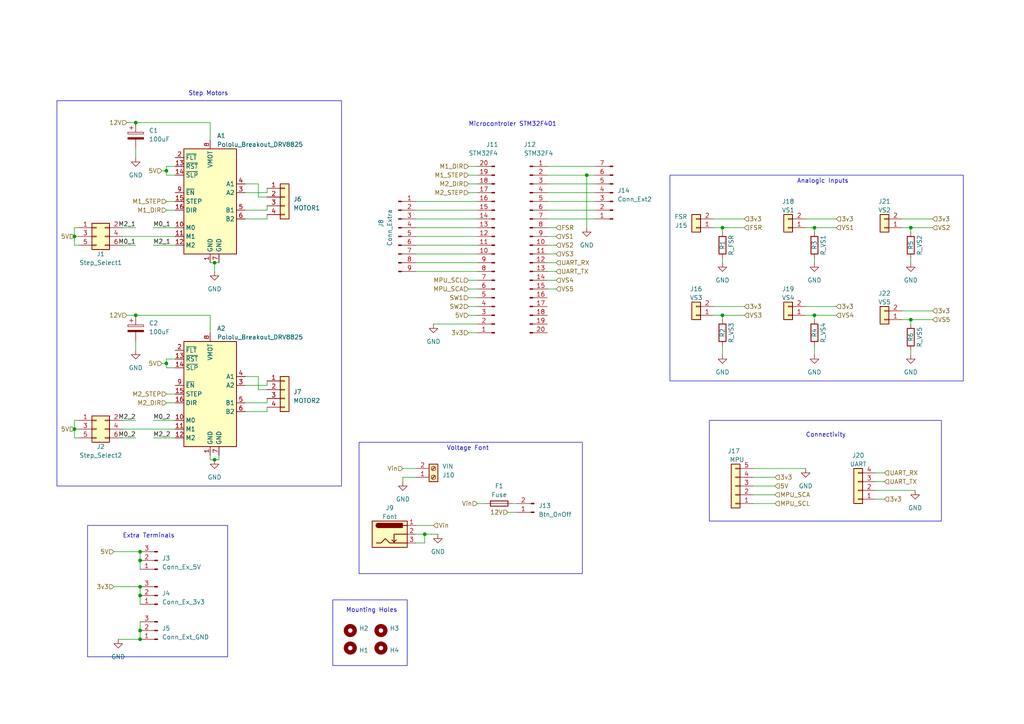
<source format=kicad_sch>
(kicad_sch (version 20230121) (generator eeschema)
  (paper "A4")
  (lib_symbols
    (symbol "Connector:Barrel_Jack_Switch_Pin3Ring" (pin_names hide)
      (property "Reference" "J" (at 0 5.334 0))
      (property "Value" "Barrel_Jack_Switch_Pin3Ring" (at 0 -5.08 0))
      (symbol "Barrel_Jack_Switch_Pin3Ring_0_1"
        (rectangle (start -5.08 3.81) (end 5.08 -3.81) (stroke (width 0.254)) (fill (type background)))
        (arc (start -3.302 3.175) (mid -3.9343 2.54) (end -3.302 1.905) (stroke (width 0.254)))
        (arc (start -3.302 3.175) (mid -3.9343 2.54) (end -3.302 1.905) (stroke (width 0.254)) (fill (type outline)))
        (polyline (pts (xy 1.27 -2.286) (xy 1.905 -1.651)) (stroke (width 0.254)))
        (polyline (pts (xy 5.08 2.54) (xy 3.81 2.54)) (stroke (width 0.254)))
        (polyline (pts (xy 5.08 0) (xy 1.27 0) (xy 1.27 -2.286) (xy 0.635 -1.651)) (stroke (width 0.254)))
        (polyline (pts (xy -3.81 -2.54) (xy -2.54 -2.54) (xy -1.27 -1.27) (xy 0 -2.54) (xy 2.54 -2.54) (xy 5.08 -2.54)) (stroke (width 0.254)))
        (rectangle (start 3.683 3.175) (end -3.302 1.905) (stroke (width 0.254)) (fill (type outline)))
      )
      (symbol "Barrel_Jack_Switch_Pin3Ring_1_1"
        (pin passive line (at 7.62 2.54 180) (length 2.54) (name "~") (number "1"))
        (pin passive line (at 7.62 0 180) (length 2.54) (name "~") (number "2"))
        (pin passive line (at 7.62 -2.54 180) (length 2.54) (name "~") (number "3"))
      )
    )
    (symbol "Connector:Conn_01x02_Pin" (pin_names (offset 1.016) hide)
      (property "Reference" "J" (at 0 2.54 0))
      (property "Value" "Conn_01x02_Pin" (at 0 -5.08 0))
      (symbol "Conn_01x02_Pin_1_1"
        (polyline (pts (xy 1.27 -2.54) (xy 0.8636 -2.54)) (stroke (width 0.1524)))
        (polyline (pts (xy 1.27 0) (xy 0.8636 0)) (stroke (width 0.1524)))
        (rectangle (start 0.8636 -2.413) (end 0 -2.667) (stroke (width 0.1524)) (fill (type outline)))
        (rectangle (start 0.8636 0.127) (end 0 -0.127) (stroke (width 0.1524)) (fill (type outline)))
        (pin passive line (at 5.08 0 180) (length 3.81) (name "Pin_1") (number "1"))
        (pin passive line (at 5.08 -2.54 180) (length 3.81) (name "Pin_2") (number "2"))
      )
    )
    (symbol "Connector:Conn_01x03_Pin" (pin_names (offset 1.016) hide)
      (property "Reference" "J" (at 0 5.08 0))
      (property "Value" "Conn_01x03_Pin" (at 0 -5.08 0))
      (symbol "Conn_01x03_Pin_1_1"
        (polyline (pts (xy 1.27 -2.54) (xy 0.8636 -2.54)) (stroke (width 0.1524)))
        (polyline (pts (xy 1.27 0) (xy 0.8636 0)) (stroke (width 0.1524)))
        (polyline (pts (xy 1.27 2.54) (xy 0.8636 2.54)) (stroke (width 0.1524)))
        (rectangle (start 0.8636 -2.413) (end 0 -2.667) (stroke (width 0.1524)) (fill (type outline)))
        (rectangle (start 0.8636 0.127) (end 0 -0.127) (stroke (width 0.1524)) (fill (type outline)))
        (rectangle (start 0.8636 2.667) (end 0 2.413) (stroke (width 0.1524)) (fill (type outline)))
        (pin passive line (at 5.08 2.54 180) (length 3.81) (name "Pin_1") (number "1"))
        (pin passive line (at 5.08 0 180) (length 3.81) (name "Pin_2") (number "2"))
        (pin passive line (at 5.08 -2.54 180) (length 3.81) (name "Pin_3") (number "3"))
      )
    )
    (symbol "Connector:Conn_01x07_Pin" (pin_names (offset 1.016) hide)
      (property "Reference" "J" (at 0 10.16 0))
      (property "Value" "Conn_01x07_Pin" (at 0 -10.16 0))
      (symbol "Conn_01x07_Pin_1_1"
        (polyline (pts (xy 1.27 -7.62) (xy 0.8636 -7.62)) (stroke (width 0.1524)))
        (polyline (pts (xy 1.27 -5.08) (xy 0.8636 -5.08)) (stroke (width 0.1524)))
        (polyline (pts (xy 1.27 -2.54) (xy 0.8636 -2.54)) (stroke (width 0.1524)))
        (polyline (pts (xy 1.27 0) (xy 0.8636 0)) (stroke (width 0.1524)))
        (polyline (pts (xy 1.27 2.54) (xy 0.8636 2.54)) (stroke (width 0.1524)))
        (polyline (pts (xy 1.27 5.08) (xy 0.8636 5.08)) (stroke (width 0.1524)))
        (polyline (pts (xy 1.27 7.62) (xy 0.8636 7.62)) (stroke (width 0.1524)))
        (rectangle (start 0.8636 -7.493) (end 0 -7.747) (stroke (width 0.1524)) (fill (type outline)))
        (rectangle (start 0.8636 -4.953) (end 0 -5.207) (stroke (width 0.1524)) (fill (type outline)))
        (rectangle (start 0.8636 -2.413) (end 0 -2.667) (stroke (width 0.1524)) (fill (type outline)))
        (rectangle (start 0.8636 0.127) (end 0 -0.127) (stroke (width 0.1524)) (fill (type outline)))
        (rectangle (start 0.8636 2.667) (end 0 2.413) (stroke (width 0.1524)) (fill (type outline)))
        (rectangle (start 0.8636 5.207) (end 0 4.953) (stroke (width 0.1524)) (fill (type outline)))
        (rectangle (start 0.8636 7.747) (end 0 7.493) (stroke (width 0.1524)) (fill (type outline)))
        (pin passive line (at 5.08 7.62 180) (length 3.81) (name "Pin_1") (number "1"))
        (pin passive line (at 5.08 5.08 180) (length 3.81) (name "Pin_2") (number "2"))
        (pin passive line (at 5.08 2.54 180) (length 3.81) (name "Pin_3") (number "3"))
        (pin passive line (at 5.08 0 180) (length 3.81) (name "Pin_4") (number "4"))
        (pin passive line (at 5.08 -2.54 180) (length 3.81) (name "Pin_5") (number "5"))
        (pin passive line (at 5.08 -5.08 180) (length 3.81) (name "Pin_6") (number "6"))
        (pin passive line (at 5.08 -7.62 180) (length 3.81) (name "Pin_7") (number "7"))
      )
    )
    (symbol "Connector:Conn_01x09_Pin" (pin_names (offset 1.016) hide)
      (property "Reference" "J" (at 0 12.7 0))
      (property "Value" "Conn_01x09_Pin" (at 0 -12.7 0))
      (symbol "Conn_01x09_Pin_1_1"
        (polyline (pts (xy 1.27 -10.16) (xy 0.8636 -10.16)) (stroke (width 0.1524)))
        (polyline (pts (xy 1.27 -7.62) (xy 0.8636 -7.62)) (stroke (width 0.1524)))
        (polyline (pts (xy 1.27 -5.08) (xy 0.8636 -5.08)) (stroke (width 0.1524)))
        (polyline (pts (xy 1.27 -2.54) (xy 0.8636 -2.54)) (stroke (width 0.1524)))
        (polyline (pts (xy 1.27 0) (xy 0.8636 0)) (stroke (width 0.1524)))
        (polyline (pts (xy 1.27 2.54) (xy 0.8636 2.54)) (stroke (width 0.1524)))
        (polyline (pts (xy 1.27 5.08) (xy 0.8636 5.08)) (stroke (width 0.1524)))
        (polyline (pts (xy 1.27 7.62) (xy 0.8636 7.62)) (stroke (width 0.1524)))
        (polyline (pts (xy 1.27 10.16) (xy 0.8636 10.16)) (stroke (width 0.1524)))
        (rectangle (start 0.8636 -10.033) (end 0 -10.287) (stroke (width 0.1524)) (fill (type outline)))
        (rectangle (start 0.8636 -7.493) (end 0 -7.747) (stroke (width 0.1524)) (fill (type outline)))
        (rectangle (start 0.8636 -4.953) (end 0 -5.207) (stroke (width 0.1524)) (fill (type outline)))
        (rectangle (start 0.8636 -2.413) (end 0 -2.667) (stroke (width 0.1524)) (fill (type outline)))
        (rectangle (start 0.8636 0.127) (end 0 -0.127) (stroke (width 0.1524)) (fill (type outline)))
        (rectangle (start 0.8636 2.667) (end 0 2.413) (stroke (width 0.1524)) (fill (type outline)))
        (rectangle (start 0.8636 5.207) (end 0 4.953) (stroke (width 0.1524)) (fill (type outline)))
        (rectangle (start 0.8636 7.747) (end 0 7.493) (stroke (width 0.1524)) (fill (type outline)))
        (rectangle (start 0.8636 10.287) (end 0 10.033) (stroke (width 0.1524)) (fill (type outline)))
        (pin passive line (at 5.08 10.16 180) (length 3.81) (name "Pin_1") (number "1"))
        (pin passive line (at 5.08 7.62 180) (length 3.81) (name "Pin_2") (number "2"))
        (pin passive line (at 5.08 5.08 180) (length 3.81) (name "Pin_3") (number "3"))
        (pin passive line (at 5.08 2.54 180) (length 3.81) (name "Pin_4") (number "4"))
        (pin passive line (at 5.08 0 180) (length 3.81) (name "Pin_5") (number "5"))
        (pin passive line (at 5.08 -2.54 180) (length 3.81) (name "Pin_6") (number "6"))
        (pin passive line (at 5.08 -5.08 180) (length 3.81) (name "Pin_7") (number "7"))
        (pin passive line (at 5.08 -7.62 180) (length 3.81) (name "Pin_8") (number "8"))
        (pin passive line (at 5.08 -10.16 180) (length 3.81) (name "Pin_9") (number "9"))
      )
    )
    (symbol "Connector:Conn_01x20_Pin" (pin_names (offset 1.016) hide)
      (property "Reference" "J" (at 0 25.4 0))
      (property "Value" "Conn_01x20_Pin" (at 0 -27.94 0))
      (symbol "Conn_01x20_Pin_1_1"
        (polyline (pts (xy 1.27 -25.4) (xy 0.8636 -25.4)) (stroke (width 0.1524)))
        (polyline (pts (xy 1.27 -22.86) (xy 0.8636 -22.86)) (stroke (width 0.1524)))
        (polyline (pts (xy 1.27 -20.32) (xy 0.8636 -20.32)) (stroke (width 0.1524)))
        (polyline (pts (xy 1.27 -17.78) (xy 0.8636 -17.78)) (stroke (width 0.1524)))
        (polyline (pts (xy 1.27 -15.24) (xy 0.8636 -15.24)) (stroke (width 0.1524)))
        (polyline (pts (xy 1.27 -12.7) (xy 0.8636 -12.7)) (stroke (width 0.1524)))
        (polyline (pts (xy 1.27 -10.16) (xy 0.8636 -10.16)) (stroke (width 0.1524)))
        (polyline (pts (xy 1.27 -7.62) (xy 0.8636 -7.62)) (stroke (width 0.1524)))
        (polyline (pts (xy 1.27 -5.08) (xy 0.8636 -5.08)) (stroke (width 0.1524)))
        (polyline (pts (xy 1.27 -2.54) (xy 0.8636 -2.54)) (stroke (width 0.1524)))
        (polyline (pts (xy 1.27 0) (xy 0.8636 0)) (stroke (width 0.1524)))
        (polyline (pts (xy 1.27 2.54) (xy 0.8636 2.54)) (stroke (width 0.1524)))
        (polyline (pts (xy 1.27 5.08) (xy 0.8636 5.08)) (stroke (width 0.1524)))
        (polyline (pts (xy 1.27 7.62) (xy 0.8636 7.62)) (stroke (width 0.1524)))
        (polyline (pts (xy 1.27 10.16) (xy 0.8636 10.16)) (stroke (width 0.1524)))
        (polyline (pts (xy 1.27 12.7) (xy 0.8636 12.7)) (stroke (width 0.1524)))
        (polyline (pts (xy 1.27 15.24) (xy 0.8636 15.24)) (stroke (width 0.1524)))
        (polyline (pts (xy 1.27 17.78) (xy 0.8636 17.78)) (stroke (width 0.1524)))
        (polyline (pts (xy 1.27 20.32) (xy 0.8636 20.32)) (stroke (width 0.1524)))
        (polyline (pts (xy 1.27 22.86) (xy 0.8636 22.86)) (stroke (width 0.1524)))
        (rectangle (start 0.8636 -25.273) (end 0 -25.527) (stroke (width 0.1524)) (fill (type outline)))
        (rectangle (start 0.8636 -22.733) (end 0 -22.987) (stroke (width 0.1524)) (fill (type outline)))
        (rectangle (start 0.8636 -20.193) (end 0 -20.447) (stroke (width 0.1524)) (fill (type outline)))
        (rectangle (start 0.8636 -17.653) (end 0 -17.907) (stroke (width 0.1524)) (fill (type outline)))
        (rectangle (start 0.8636 -15.113) (end 0 -15.367) (stroke (width 0.1524)) (fill (type outline)))
        (rectangle (start 0.8636 -12.573) (end 0 -12.827) (stroke (width 0.1524)) (fill (type outline)))
        (rectangle (start 0.8636 -10.033) (end 0 -10.287) (stroke (width 0.1524)) (fill (type outline)))
        (rectangle (start 0.8636 -7.493) (end 0 -7.747) (stroke (width 0.1524)) (fill (type outline)))
        (rectangle (start 0.8636 -4.953) (end 0 -5.207) (stroke (width 0.1524)) (fill (type outline)))
        (rectangle (start 0.8636 -2.413) (end 0 -2.667) (stroke (width 0.1524)) (fill (type outline)))
        (rectangle (start 0.8636 0.127) (end 0 -0.127) (stroke (width 0.1524)) (fill (type outline)))
        (rectangle (start 0.8636 2.667) (end 0 2.413) (stroke (width 0.1524)) (fill (type outline)))
        (rectangle (start 0.8636 5.207) (end 0 4.953) (stroke (width 0.1524)) (fill (type outline)))
        (rectangle (start 0.8636 7.747) (end 0 7.493) (stroke (width 0.1524)) (fill (type outline)))
        (rectangle (start 0.8636 10.287) (end 0 10.033) (stroke (width 0.1524)) (fill (type outline)))
        (rectangle (start 0.8636 12.827) (end 0 12.573) (stroke (width 0.1524)) (fill (type outline)))
        (rectangle (start 0.8636 15.367) (end 0 15.113) (stroke (width 0.1524)) (fill (type outline)))
        (rectangle (start 0.8636 17.907) (end 0 17.653) (stroke (width 0.1524)) (fill (type outline)))
        (rectangle (start 0.8636 20.447) (end 0 20.193) (stroke (width 0.1524)) (fill (type outline)))
        (rectangle (start 0.8636 22.987) (end 0 22.733) (stroke (width 0.1524)) (fill (type outline)))
        (pin passive line (at 5.08 22.86 180) (length 3.81) (name "Pin_1") (number "1"))
        (pin passive line (at 5.08 0 180) (length 3.81) (name "Pin_10") (number "10"))
        (pin passive line (at 5.08 -2.54 180) (length 3.81) (name "Pin_11") (number "11"))
        (pin passive line (at 5.08 -5.08 180) (length 3.81) (name "Pin_12") (number "12"))
        (pin passive line (at 5.08 -7.62 180) (length 3.81) (name "Pin_13") (number "13"))
        (pin passive line (at 5.08 -10.16 180) (length 3.81) (name "Pin_14") (number "14"))
        (pin passive line (at 5.08 -12.7 180) (length 3.81) (name "Pin_15") (number "15"))
        (pin passive line (at 5.08 -15.24 180) (length 3.81) (name "Pin_16") (number "16"))
        (pin passive line (at 5.08 -17.78 180) (length 3.81) (name "Pin_17") (number "17"))
        (pin passive line (at 5.08 -20.32 180) (length 3.81) (name "Pin_18") (number "18"))
        (pin passive line (at 5.08 -22.86 180) (length 3.81) (name "Pin_19") (number "19"))
        (pin passive line (at 5.08 20.32 180) (length 3.81) (name "Pin_2") (number "2"))
        (pin passive line (at 5.08 -25.4 180) (length 3.81) (name "Pin_20") (number "20"))
        (pin passive line (at 5.08 17.78 180) (length 3.81) (name "Pin_3") (number "3"))
        (pin passive line (at 5.08 15.24 180) (length 3.81) (name "Pin_4") (number "4"))
        (pin passive line (at 5.08 12.7 180) (length 3.81) (name "Pin_5") (number "5"))
        (pin passive line (at 5.08 10.16 180) (length 3.81) (name "Pin_6") (number "6"))
        (pin passive line (at 5.08 7.62 180) (length 3.81) (name "Pin_7") (number "7"))
        (pin passive line (at 5.08 5.08 180) (length 3.81) (name "Pin_8") (number "8"))
        (pin passive line (at 5.08 2.54 180) (length 3.81) (name "Pin_9") (number "9"))
      )
    )
    (symbol "Connector:Screw_Terminal_01x02" (pin_names (offset 1.016) hide)
      (property "Reference" "J" (at 0 2.54 0))
      (property "Value" "Screw_Terminal_01x02" (at 0 -5.08 0))
      (symbol "Screw_Terminal_01x02_1_1"
        (rectangle (start -1.27 1.27) (end 1.27 -3.81) (stroke (width 0.254)) (fill (type background)))
        (circle (center 0 -2.54) (radius 0.635) (stroke (width 0.1524)))
        (polyline (pts (xy -0.5334 -2.2098) (xy 0.3302 -3.048)) (stroke (width 0.1524)))
        (polyline (pts (xy -0.5334 0.3302) (xy 0.3302 -0.508)) (stroke (width 0.1524)))
        (polyline (pts (xy -0.3556 -2.032) (xy 0.508 -2.8702)) (stroke (width 0.1524)))
        (polyline (pts (xy -0.3556 0.508) (xy 0.508 -0.3302)) (stroke (width 0.1524)))
        (circle (center 0 0) (radius 0.635) (stroke (width 0.1524)))
        (pin passive line (at -5.08 0 0) (length 3.81) (name "Pin_1") (number "1"))
        (pin passive line (at -5.08 -2.54 0) (length 3.81) (name "Pin_2") (number "2"))
      )
    )
    (symbol "Connector_Generic:Conn_01x02" (pin_names (offset 1.016) hide)
      (property "Reference" "J" (at 0 2.54 0))
      (property "Value" "Conn_01x02" (at 0 -5.08 0))
      (symbol "Conn_01x02_1_1"
        (rectangle (start -1.27 -2.413) (end 0 -2.667) (stroke (width 0.1524)))
        (rectangle (start -1.27 0.127) (end 0 -0.127) (stroke (width 0.1524)))
        (rectangle (start -1.27 1.27) (end 1.27 -3.81) (stroke (width 0.254)) (fill (type background)))
        (pin passive line (at -5.08 0 0) (length 3.81) (name "Pin_1") (number "1"))
        (pin passive line (at -5.08 -2.54 0) (length 3.81) (name "Pin_2") (number "2"))
      )
    )
    (symbol "Connector_Generic:Conn_01x04" (pin_names (offset 1.016) hide)
      (property "Reference" "J" (at 0 5.08 0))
      (property "Value" "Conn_01x04" (at 0 -7.62 0))
      (symbol "Conn_01x04_1_1"
        (rectangle (start -1.27 -4.953) (end 0 -5.207) (stroke (width 0.1524)))
        (rectangle (start -1.27 -2.413) (end 0 -2.667) (stroke (width 0.1524)))
        (rectangle (start -1.27 0.127) (end 0 -0.127) (stroke (width 0.1524)))
        (rectangle (start -1.27 2.667) (end 0 2.413) (stroke (width 0.1524)))
        (rectangle (start -1.27 3.81) (end 1.27 -6.35) (stroke (width 0.254)) (fill (type background)))
        (pin passive line (at -5.08 2.54 0) (length 3.81) (name "Pin_1") (number "1"))
        (pin passive line (at -5.08 0 0) (length 3.81) (name "Pin_2") (number "2"))
        (pin passive line (at -5.08 -2.54 0) (length 3.81) (name "Pin_3") (number "3"))
        (pin passive line (at -5.08 -5.08 0) (length 3.81) (name "Pin_4") (number "4"))
      )
    )
    (symbol "Connector_Generic:Conn_01x05" (pin_names (offset 1.016) hide)
      (property "Reference" "J" (at 0 7.62 0))
      (property "Value" "Conn_01x05" (at 0 -7.62 0))
      (symbol "Conn_01x05_1_1"
        (rectangle (start -1.27 -4.953) (end 0 -5.207) (stroke (width 0.1524)))
        (rectangle (start -1.27 -2.413) (end 0 -2.667) (stroke (width 0.1524)))
        (rectangle (start -1.27 0.127) (end 0 -0.127) (stroke (width 0.1524)))
        (rectangle (start -1.27 2.667) (end 0 2.413) (stroke (width 0.1524)))
        (rectangle (start -1.27 5.207) (end 0 4.953) (stroke (width 0.1524)))
        (rectangle (start -1.27 6.35) (end 1.27 -6.35) (stroke (width 0.254)) (fill (type background)))
        (pin passive line (at -5.08 5.08 0) (length 3.81) (name "Pin_1") (number "1"))
        (pin passive line (at -5.08 2.54 0) (length 3.81) (name "Pin_2") (number "2"))
        (pin passive line (at -5.08 0 0) (length 3.81) (name "Pin_3") (number "3"))
        (pin passive line (at -5.08 -2.54 0) (length 3.81) (name "Pin_4") (number "4"))
        (pin passive line (at -5.08 -5.08 0) (length 3.81) (name "Pin_5") (number "5"))
      )
    )
    (symbol "Connector_Generic:Conn_02x03_Odd_Even" (pin_names (offset 1.016) hide)
      (property "Reference" "J" (at 1.27 5.08 0))
      (property "Value" "Conn_02x03_Odd_Even" (at 1.27 -5.08 0))
      (symbol "Conn_02x03_Odd_Even_1_1"
        (rectangle (start -1.27 -2.413) (end 0 -2.667) (stroke (width 0.1524)))
        (rectangle (start -1.27 0.127) (end 0 -0.127) (stroke (width 0.1524)))
        (rectangle (start -1.27 2.667) (end 0 2.413) (stroke (width 0.1524)))
        (rectangle (start -1.27 3.81) (end 3.81 -3.81) (stroke (width 0.254)) (fill (type background)))
        (rectangle (start 3.81 -2.413) (end 2.54 -2.667) (stroke (width 0.1524)))
        (rectangle (start 3.81 0.127) (end 2.54 -0.127) (stroke (width 0.1524)))
        (rectangle (start 3.81 2.667) (end 2.54 2.413) (stroke (width 0.1524)))
        (pin passive line (at -5.08 2.54 0) (length 3.81) (name "Pin_1") (number "1"))
        (pin passive line (at 7.62 2.54 180) (length 3.81) (name "Pin_2") (number "2"))
        (pin passive line (at -5.08 0 0) (length 3.81) (name "Pin_3") (number "3"))
        (pin passive line (at 7.62 0 180) (length 3.81) (name "Pin_4") (number "4"))
        (pin passive line (at -5.08 -2.54 0) (length 3.81) (name "Pin_5") (number "5"))
        (pin passive line (at 7.62 -2.54 180) (length 3.81) (name "Pin_6") (number "6"))
      )
    )
    (symbol "Device:C_Polarized" (pin_numbers hide) (pin_names (offset 0.254))
      (property "Reference" "C" (at 0.635 2.54 0))
      (property "Value" "C_Polarized" (at 0.635 -2.54 0))
      (symbol "C_Polarized_0_1"
        (rectangle (start -2.286 0.508) (end 2.286 1.016))
        (polyline (pts (xy -1.778 2.286) (xy -0.762 2.286)))
        (polyline (pts (xy -1.27 2.794) (xy -1.27 1.778)))
        (rectangle (start 2.286 -0.508) (end -2.286 -1.016) (fill (type outline)))
      )
      (symbol "C_Polarized_1_1"
        (pin passive line (at 0 3.81 270) (length 2.794) (name "~") (number "1"))
        (pin passive line (at 0 -3.81 90) (length 2.794) (name "~") (number "2"))
      )
    )
    (symbol "Device:Fuse" (pin_numbers hide) (pin_names (offset 0))
      (property "Reference" "F" (at 2.032 0 90))
      (property "Value" "Fuse" (at -1.905 0 90))
      (symbol "Fuse_0_1"
        (rectangle (start -0.762 -2.54) (end 0.762 2.54) (stroke (width 0.254)))
        (polyline (pts (xy 0 2.54) (xy 0 -2.54)))
      )
      (symbol "Fuse_1_1"
        (pin passive line (at 0 3.81 270) (length 1.27) (name "~") (number "1"))
        (pin passive line (at 0 -3.81 90) (length 1.27) (name "~") (number "2"))
      )
    )
    (symbol "Device:R" (pin_numbers hide) (pin_names (offset 0))
      (property "Reference" "R" (at 2.032 0 90))
      (property "Value" "R" (at 0 0 90))
      (symbol "R_0_1"
        (rectangle (start -1.016 -2.54) (end 1.016 2.54) (stroke (width 0.254)))
      )
      (symbol "R_1_1"
        (pin passive line (at 0 3.81 270) (length 1.27) (name "~") (number "1"))
        (pin passive line (at 0 -3.81 90) (length 1.27) (name "~") (number "2"))
      )
    )
    (symbol "Driver_Motor:Pololu_Breakout_DRV8825"
      (property "Reference" "A" (at -2.54 16.51 0))
      (property "Value" "Pololu_Breakout_DRV8825" (at -2.54 13.97 0))
      (symbol "Pololu_Breakout_DRV8825_0_1"
        (rectangle (start 7.62 -17.78) (end -7.62 12.7) (stroke (width 0.254)) (fill (type background)))
      )
      (symbol "Pololu_Breakout_DRV8825_1_1"
        (pin power_in line (at 0 -20.32 90) (length 2.54) (name "GND") (number "1"))
        (pin input line (at -10.16 -10.16 0) (length 2.54) (name "M0") (number "10"))
        (pin input line (at -10.16 -12.7 0) (length 2.54) (name "M1") (number "11"))
        (pin input line (at -10.16 -15.24 0) (length 2.54) (name "M2") (number "12"))
        (pin input line (at -10.16 7.62 0) (length 2.54) (name "~{RST}") (number "13"))
        (pin input line (at -10.16 5.08 0) (length 2.54) (name "~{SLP}") (number "14"))
        (pin input line (at -10.16 -2.54 0) (length 2.54) (name "STEP") (number "15"))
        (pin input line (at -10.16 -5.08 0) (length 2.54) (name "DIR") (number "16"))
        (pin output line (at -10.16 10.16 0) (length 2.54) (name "~{FLT}") (number "2"))
        (pin output line (at 10.16 0 180) (length 2.54) (name "A2") (number "3"))
        (pin output line (at 10.16 2.54 180) (length 2.54) (name "A1") (number "4"))
        (pin output line (at 10.16 -5.08 180) (length 2.54) (name "B1") (number "5"))
        (pin output line (at 10.16 -7.62 180) (length 2.54) (name "B2") (number "6"))
        (pin power_in line (at 2.54 -20.32 90) (length 2.54) (name "GND") (number "7"))
        (pin power_in line (at 0 15.24 270) (length 2.54) (name "VMOT") (number "8"))
        (pin input line (at -10.16 0 0) (length 2.54) (name "~{EN}") (number "9"))
      )
    )
    (symbol "Mechanical:MountingHole" (pin_names (offset 1.016))
      (property "Reference" "H" (at 0 5.08 0))
      (property "Value" "MountingHole" (at 0 3.175 0))
      (symbol "MountingHole_0_1"
        (circle (center 0 0) (radius 1.27) (stroke (width 1.27)))
      )
    )
    (symbol "power:GND" (power) (pin_names (offset 0))
      (property "Value" "GND" (at 0 -3.81 0))
      (symbol "GND_0_1"
        (polyline (pts (xy 0 0) (xy 0 -1.27) (xy 1.27 -1.27) (xy 0 -2.54) (xy -1.27 -1.27) (xy 0 -1.27)))
      )
      (symbol "GND_1_1"
        (pin power_in line (at 0 0 270) (length 0) hide (name "GND") (number "1"))
      )
    )
  )
  (junction (at 40.64 160.02))
  (junction (at 209.55 66.04))
  (junction (at 48.26 49.53))
  (junction (at 62.23 133.35))
  (junction (at 40.64 185.42))
  (junction (at 39.37 91.44))
  (junction (at 48.26 105.41))
  (junction (at 236.22 66.04))
  (junction (at 40.64 170.18))
  (junction (at 209.55 91.44))
  (junction (at 40.64 172.72))
  (junction (at 21.59 124.46))
  (junction (at 62.23 76.2))
  (junction (at 264.16 92.71))
  (junction (at 123.19 154.94))
  (junction (at 21.59 68.58))
  (junction (at 236.22 91.44))
  (junction (at 40.64 162.56))
  (junction (at 264.16 66.04))
  (junction (at 40.64 182.88))
  (junction (at 39.37 35.56))
  (junction (at 170.18 50.8))
  (wire (pts (xy 35.56 68.58) (xy 50.8 68.58)))
  (wire (pts (xy 209.55 91.44) (xy 209.55 92.71)))
  (wire (pts (xy 207.01 66.04) (xy 209.55 66.04)))
  (wire (pts (xy 44.45 121.92) (xy 50.8 121.92)))
  (wire (pts (xy 233.68 88.9) (xy 242.57 88.9)))
  (wire (pts (xy 77.47 111.76) (xy 77.47 110.49)))
  (wire (pts (xy 264.16 66.04) (xy 270.51 66.04)))
  (wire (pts (xy 236.22 91.44) (xy 236.22 92.71)))
  (wire (pts (xy 77.47 116.84) (xy 77.47 115.57)))
  (wire (pts (xy 236.22 100.33) (xy 236.22 102.87)))
  (wire (pts (xy 120.65 76.2) (xy 138.43 76.2)))
  (wire (pts (xy 158.75 78.74) (xy 161.29 78.74)))
  (wire (pts (xy 48.26 104.14) (xy 50.8 104.14)))
  (wire (pts (xy 40.64 162.56) (xy 40.64 165.1)))
  (wire (pts (xy 158.75 50.8) (xy 170.18 50.8)))
  (wire (pts (xy 209.55 74.93) (xy 209.55 76.2)))
  (wire (pts (xy 40.64 170.18) (xy 40.64 172.72)))
  (wire (pts (xy 34.29 185.42) (xy 40.64 185.42)))
  (wire (pts (xy 236.22 91.44) (xy 242.57 91.44)))
  (wire (pts (xy 147.32 148.59) (xy 149.86 148.59)))
  (wire (pts (xy 71.12 119.38) (xy 77.47 119.38)))
  (wire (pts (xy 74.93 113.03) (xy 77.47 113.03)))
  (wire (pts (xy 138.43 55.88) (xy 135.89 55.88)))
  (wire (pts (xy 209.55 66.04) (xy 209.55 67.31)))
  (wire (pts (xy 35.56 124.46) (xy 50.8 124.46)))
  (wire (pts (xy 233.68 91.44) (xy 236.22 91.44)))
  (wire (pts (xy 46.99 49.53) (xy 48.26 49.53)))
  (wire (pts (xy 264.16 66.04) (xy 264.16 67.31)))
  (wire (pts (xy 21.59 66.04) (xy 22.86 66.04)))
  (wire (pts (xy 40.64 172.72) (xy 40.64 175.26)))
  (wire (pts (xy 48.26 114.3) (xy 50.8 114.3)))
  (wire (pts (xy 36.83 91.44) (xy 39.37 91.44)))
  (wire (pts (xy 254 144.78) (xy 256.54 144.78)))
  (wire (pts (xy 261.62 92.71) (xy 264.16 92.71)))
  (wire (pts (xy 77.47 63.5) (xy 77.47 62.23)))
  (wire (pts (xy 158.75 60.96) (xy 172.72 60.96)))
  (wire (pts (xy 77.47 55.88) (xy 77.47 54.61)))
  (wire (pts (xy 233.68 66.04) (xy 236.22 66.04)))
  (wire (pts (xy 46.99 105.41) (xy 48.26 105.41)))
  (wire (pts (xy 21.59 66.04) (xy 21.59 68.58)))
  (wire (pts (xy 48.26 105.41) (xy 48.26 104.14)))
  (wire (pts (xy 116.84 138.43) (xy 120.65 138.43)))
  (wire (pts (xy 236.22 66.04) (xy 236.22 67.31)))
  (wire (pts (xy 60.96 132.08) (xy 60.96 133.35)))
  (wire (pts (xy 170.18 50.8) (xy 172.72 50.8)))
  (wire (pts (xy 218.44 135.89) (xy 233.68 135.89)))
  (wire (pts (xy 120.65 71.12) (xy 138.43 71.12)))
  (wire (pts (xy 50.8 106.68) (xy 48.26 106.68)))
  (wire (pts (xy 48.26 48.26) (xy 50.8 48.26)))
  (wire (pts (xy 120.65 63.5) (xy 138.43 63.5)))
  (wire (pts (xy 62.23 76.2) (xy 63.5 76.2)))
  (wire (pts (xy 77.47 60.96) (xy 77.47 59.69)))
  (wire (pts (xy 71.12 63.5) (xy 77.47 63.5)))
  (wire (pts (xy 233.68 63.5) (xy 242.57 63.5)))
  (wire (pts (xy 48.26 49.53) (xy 48.26 48.26)))
  (wire (pts (xy 48.26 50.8) (xy 48.26 49.53)))
  (wire (pts (xy 48.26 106.68) (xy 48.26 105.41)))
  (wire (pts (xy 261.62 66.04) (xy 264.16 66.04)))
  (wire (pts (xy 158.75 58.42) (xy 172.72 58.42)))
  (wire (pts (xy 261.62 90.17) (xy 270.51 90.17)))
  (wire (pts (xy 44.45 71.12) (xy 50.8 71.12)))
  (wire (pts (xy 264.16 92.71) (xy 264.16 93.98)))
  (wire (pts (xy 35.56 71.12) (xy 39.37 71.12)))
  (wire (pts (xy 36.83 35.56) (xy 39.37 35.56)))
  (wire (pts (xy 48.26 58.42) (xy 50.8 58.42)))
  (wire (pts (xy 21.59 124.46) (xy 21.59 127)))
  (wire (pts (xy 123.19 157.48) (xy 123.19 154.94)))
  (wire (pts (xy 148.59 146.05) (xy 149.86 146.05)))
  (wire (pts (xy 22.86 124.46) (xy 21.59 124.46)))
  (wire (pts (xy 35.56 121.92) (xy 39.37 121.92)))
  (wire (pts (xy 22.86 68.58) (xy 21.59 68.58)))
  (wire (pts (xy 120.65 78.74) (xy 138.43 78.74)))
  (wire (pts (xy 44.45 127) (xy 50.8 127)))
  (wire (pts (xy 39.37 99.06) (xy 39.37 101.6)))
  (wire (pts (xy 21.59 68.58) (xy 21.59 71.12)))
  (wire (pts (xy 236.22 74.93) (xy 236.22 76.2)))
  (wire (pts (xy 224.79 140.97) (xy 218.44 140.97)))
  (wire (pts (xy 120.65 152.4) (xy 125.73 152.4)))
  (wire (pts (xy 39.37 91.44) (xy 60.96 91.44)))
  (wire (pts (xy 39.37 35.56) (xy 60.96 35.56)))
  (wire (pts (xy 209.55 66.04) (xy 215.9 66.04)))
  (wire (pts (xy 63.5 133.35) (xy 63.5 132.08)))
  (wire (pts (xy 60.96 91.44) (xy 60.96 96.52)))
  (wire (pts (xy 120.65 58.42) (xy 138.43 58.42)))
  (wire (pts (xy 138.43 48.26) (xy 135.89 48.26)))
  (wire (pts (xy 62.23 133.35) (xy 63.5 133.35)))
  (wire (pts (xy 71.12 116.84) (xy 77.47 116.84)))
  (wire (pts (xy 71.12 60.96) (xy 77.47 60.96)))
  (wire (pts (xy 138.43 146.05) (xy 140.97 146.05)))
  (wire (pts (xy 207.01 88.9) (xy 215.9 88.9)))
  (wire (pts (xy 48.26 60.96) (xy 50.8 60.96)))
  (wire (pts (xy 71.12 111.76) (xy 77.47 111.76)))
  (wire (pts (xy 158.75 73.66) (xy 161.29 73.66)))
  (wire (pts (xy 120.65 66.04) (xy 138.43 66.04)))
  (wire (pts (xy 138.43 86.36) (xy 135.89 86.36)))
  (wire (pts (xy 158.75 68.58) (xy 161.29 68.58)))
  (wire (pts (xy 207.01 91.44) (xy 209.55 91.44)))
  (wire (pts (xy 120.65 73.66) (xy 138.43 73.66)))
  (wire (pts (xy 125.73 93.98) (xy 138.43 93.98)))
  (wire (pts (xy 33.02 160.02) (xy 40.64 160.02)))
  (wire (pts (xy 209.55 91.44) (xy 215.9 91.44)))
  (wire (pts (xy 33.02 170.18) (xy 40.64 170.18)))
  (wire (pts (xy 123.19 154.94) (xy 127 154.94)))
  (wire (pts (xy 77.47 119.38) (xy 77.47 118.11)))
  (wire (pts (xy 138.43 83.82) (xy 135.89 83.82)))
  (wire (pts (xy 224.79 146.05) (xy 218.44 146.05)))
  (wire (pts (xy 40.64 182.88) (xy 40.64 185.42)))
  (wire (pts (xy 74.93 109.22) (xy 74.93 113.03)))
  (wire (pts (xy 264.16 74.93) (xy 264.16 76.2)))
  (wire (pts (xy 224.79 143.51) (xy 218.44 143.51)))
  (wire (pts (xy 35.56 66.04) (xy 39.37 66.04)))
  (wire (pts (xy 120.65 60.96) (xy 138.43 60.96)))
  (wire (pts (xy 158.75 48.26) (xy 172.72 48.26)))
  (wire (pts (xy 60.96 133.35) (xy 62.23 133.35)))
  (wire (pts (xy 236.22 66.04) (xy 242.57 66.04)))
  (wire (pts (xy 158.75 76.2) (xy 161.29 76.2)))
  (wire (pts (xy 60.96 35.56) (xy 60.96 40.64)))
  (wire (pts (xy 158.75 63.5) (xy 172.72 63.5)))
  (wire (pts (xy 22.86 71.12) (xy 21.59 71.12)))
  (wire (pts (xy 138.43 81.28) (xy 135.89 81.28)))
  (wire (pts (xy 120.65 68.58) (xy 138.43 68.58)))
  (wire (pts (xy 60.96 76.2) (xy 62.23 76.2)))
  (wire (pts (xy 120.65 157.48) (xy 123.19 157.48)))
  (wire (pts (xy 116.84 138.43) (xy 116.84 139.7)))
  (wire (pts (xy 254 137.16) (xy 256.54 137.16)))
  (wire (pts (xy 158.75 66.04) (xy 161.29 66.04)))
  (wire (pts (xy 254 139.7) (xy 256.54 139.7)))
  (wire (pts (xy 158.75 83.82) (xy 161.29 83.82)))
  (wire (pts (xy 22.86 127) (xy 21.59 127)))
  (wire (pts (xy 120.65 154.94) (xy 123.19 154.94)))
  (wire (pts (xy 138.43 88.9) (xy 135.89 88.9)))
  (wire (pts (xy 40.64 160.02) (xy 40.64 162.56)))
  (wire (pts (xy 138.43 91.44) (xy 135.89 91.44)))
  (wire (pts (xy 138.43 53.34) (xy 135.89 53.34)))
  (wire (pts (xy 158.75 53.34) (xy 172.72 53.34)))
  (wire (pts (xy 44.45 66.04) (xy 50.8 66.04)))
  (wire (pts (xy 21.59 121.92) (xy 21.59 124.46)))
  (wire (pts (xy 138.43 96.52) (xy 135.89 96.52)))
  (wire (pts (xy 74.93 57.15) (xy 77.47 57.15)))
  (wire (pts (xy 116.84 135.89) (xy 120.65 135.89)))
  (wire (pts (xy 158.75 55.88) (xy 172.72 55.88)))
  (wire (pts (xy 71.12 109.22) (xy 74.93 109.22)))
  (wire (pts (xy 40.64 180.34) (xy 40.64 182.88)))
  (wire (pts (xy 170.18 50.8) (xy 170.18 66.04)))
  (wire (pts (xy 39.37 43.18) (xy 39.37 45.72)))
  (wire (pts (xy 218.44 138.43) (xy 224.79 138.43)))
  (wire (pts (xy 158.75 81.28) (xy 161.29 81.28)))
  (wire (pts (xy 254 142.24) (xy 265.43 142.24)))
  (wire (pts (xy 71.12 55.88) (xy 77.47 55.88)))
  (wire (pts (xy 207.01 63.5) (xy 215.9 63.5)))
  (wire (pts (xy 74.93 53.34) (xy 74.93 57.15)))
  (wire (pts (xy 261.62 63.5) (xy 270.51 63.5)))
  (wire (pts (xy 264.16 92.71) (xy 270.51 92.71)))
  (wire (pts (xy 158.75 71.12) (xy 161.29 71.12)))
  (wire (pts (xy 209.55 100.33) (xy 209.55 102.87)))
  (wire (pts (xy 71.12 53.34) (xy 74.93 53.34)))
  (wire (pts (xy 35.56 127) (xy 39.37 127)))
  (wire (pts (xy 264.16 101.6) (xy 264.16 102.87)))
  (wire (pts (xy 48.26 116.84) (xy 50.8 116.84)))
  (wire (pts (xy 138.43 50.8) (xy 135.89 50.8)))
  (wire (pts (xy 50.8 50.8) (xy 48.26 50.8)))
  (wire (pts (xy 21.59 121.92) (xy 22.86 121.92)))
  (wire (pts (xy 62.23 78.74) (xy 62.23 76.2)))
  (rectangle (start 104.14 128.27) (end 168.91 166.37))
  (rectangle (start 16.51 29.21) (end 99.06 140.97))
  (rectangle (start 205.74 121.92) (end 273.05 151.13))
  (rectangle (start 194.31 50.8) (end 279.4 110.49))
  (rectangle (start 25.4 152.4) (end 66.04 190.5))
  (rectangle (start 96.52 173.99) (end 118.11 193.04))
  (text "Voltage Font" (at 129.54 130.81 0) (effects (font (size 1.27 1.27)) (justify left bottom)))
  (text "Step Motors\n" (at 54.61 27.94 0) (effects (font (size 1.27 1.27)) (justify left bottom)))
  (text "Microcontroler STM32F401" (at 135.89 36.83 0) (effects (font (size 1.27 1.27)) (justify left bottom)))
  (text "Extra Terminals\n" (at 35.56 156.21 0) (effects (font (size 1.27 1.27)) (justify left bottom)))
  (text "Mounting Holes" (at 100.33 177.8 0) (effects (font (size 1.27 1.27)) (justify left bottom)))
  (text "Connectivity\n" (at 233.68 127 0) (effects (font (size 1.27 1.27)) (justify left bottom)))
  (text "Analogic Inputs\n" (at 231.14 53.34 0) (effects (font (size 1.27 1.27)) (justify left bottom)))
  (label "M2_1" (at 39.37 66.04 180))
  (label "M0_1" (at 39.37 71.12 180))
  (label "M2_2" (at 39.37 121.92 180))
  (label "M0_1" (at 44.45 66.04 0))
  (label "M2_1" (at 44.45 71.12 0))
  (label "M0_2" (at 44.45 121.92 0))
  (label "M0_2" (at 39.37 127 180))
  (label "M2_2" (at 44.45 127 0))
  (hierarchical_label "MPU_SCA" (shape input) (at 224.79 143.51 0))
  (hierarchical_label "VS2" (shape input) (at 161.29 71.12 0))
  (hierarchical_label "MPU_SCL" (shape input) (at 135.89 81.28 180))
  (hierarchical_label "3v3" (shape input) (at 215.9 88.9 0))
  (hierarchical_label "3v3" (shape input) (at 135.89 96.52 180))
  (hierarchical_label "UART_TX" (shape input) (at 161.29 78.74 0))
  (hierarchical_label "5V" (shape input) (at 224.79 140.97 0))
  (hierarchical_label "VS5" (shape input) (at 161.29 83.82 0))
  (hierarchical_label "M2_DIR" (shape input) (at 135.89 53.34 180))
  (hierarchical_label "12V" (shape input) (at 36.83 91.44 180))
  (hierarchical_label "M1_STEP" (shape input) (at 135.89 50.8 180))
  (hierarchical_label "M1_STEP" (shape input) (at 48.26 58.42 180))
  (hierarchical_label "VS4" (shape input) (at 161.29 81.28 0))
  (hierarchical_label "MPU_SCA" (shape input) (at 135.89 83.82 180))
  (hierarchical_label "5V" (shape input) (at 33.02 160.02 180))
  (hierarchical_label "3v3" (shape input) (at 224.79 138.43 0))
  (hierarchical_label "MPU_SCL" (shape input) (at 224.79 146.05 0))
  (hierarchical_label "3v3" (shape input) (at 270.51 63.5 0))
  (hierarchical_label "Vin" (shape input) (at 138.43 146.05 180))
  (hierarchical_label "VS3" (shape input) (at 161.29 73.66 0))
  (hierarchical_label "3v3" (shape input) (at 215.9 63.5 0))
  (hierarchical_label "VS2" (shape input) (at 270.51 66.04 0))
  (hierarchical_label "VS5" (shape input) (at 270.51 92.71 0))
  (hierarchical_label "M1_DIR" (shape input) (at 135.89 48.26 180))
  (hierarchical_label "UART_TX" (shape input) (at 256.54 139.7 0))
  (hierarchical_label "12V" (shape input) (at 147.32 148.59 180))
  (hierarchical_label "M2_DIR" (shape input) (at 48.26 116.84 180))
  (hierarchical_label "5V" (shape input) (at 46.99 105.41 180))
  (hierarchical_label "SW2" (shape input) (at 135.89 88.9 180))
  (hierarchical_label "5V" (shape input) (at 46.99 49.53 180))
  (hierarchical_label "VS3" (shape input) (at 215.9 91.44 0))
  (hierarchical_label "UART_RX" (shape input) (at 256.54 137.16 0))
  (hierarchical_label "3v3" (shape input) (at 270.51 90.17 0))
  (hierarchical_label "Vin" (shape input) (at 116.84 135.89 180))
  (hierarchical_label "VS1" (shape input) (at 161.29 68.58 0))
  (hierarchical_label "5V" (shape input) (at 21.59 68.58 180))
  (hierarchical_label "UART_RX" (shape input) (at 161.29 76.2 0))
  (hierarchical_label "FSR" (shape input) (at 161.29 66.04 0))
  (hierarchical_label "3v3" (shape input) (at 242.57 88.9 0))
  (hierarchical_label "VS1" (shape input) (at 242.57 66.04 0))
  (hierarchical_label "3v3" (shape input) (at 242.57 63.5 0))
  (hierarchical_label "3v3" (shape input) (at 33.02 170.18 180))
  (hierarchical_label "M2_STEP" (shape input) (at 135.89 55.88 180))
  (hierarchical_label "SW1" (shape input) (at 135.89 86.36 180))
  (hierarchical_label "5V" (shape input) (at 135.89 91.44 180))
  (hierarchical_label "12V" (shape input) (at 36.83 35.56 180))
  (hierarchical_label "M1_DIR" (shape input) (at 48.26 60.96 180))
  (hierarchical_label "Vin" (shape input) (at 125.73 152.4 0))
  (hierarchical_label "VS4" (shape input) (at 242.57 91.44 0))
  (hierarchical_label "M2_STEP" (shape input) (at 48.26 114.3 180))
  (hierarchical_label "3v3" (shape input) (at 256.54 144.78 0))
  (hierarchical_label "5V" (shape input) (at 21.59 124.46 180))
  (hierarchical_label "FSR" (shape input) (at 215.9 66.04 0))
  (symbol (lib_id "Connector:Conn_01x09_Pin") (at 115.57 68.58 0) (unit 1)
    (property "Reference" "J8" (at 110.49 64.77 90))
    (property "Value" "Conn_Extra" (at 113.03 66.04 90))
    (property "Footprint" "Connector_PinHeader_2.54mm:PinHeader_1x09_P2.54mm_Vertical" (effects hide))
  )
  (symbol (lib_id "power:GND") (at 264.16 76.2 0) (unit 1)
    (property "Reference" "#PWR015" (effects hide))
    (property "Value" "GND" (at 264.16 81.28 0))
  )
  (symbol (lib_id "Connector:Conn_01x20_Pin") (at 143.51 73.66 180) (unit 1)
    (property "Reference" "J11" (at 140.97 41.91 0) (effects (justify right)))
    (property "Value" "STM32F4" (at 135.89 44.45 0) (effects (justify right)))
    (property "Footprint" "Connector_PinHeader_2.54mm:PinHeader_1x20_P2.54mm_Vertical" (effects hide))
  )
  (symbol (lib_id "Device:R") (at 236.22 71.12 180) (unit 1)
    (property "Reference" "R3" (at 236.22 71.12 90))
    (property "Value" "R_VS1" (at 238.76 71.12 90))
    (property "Footprint" "Resistor_THT:R_Axial_DIN0309_L9.0mm_D3.2mm_P15.24mm_Horizontal" (effects hide))
  )
  (symbol (lib_id "power:GND") (at 209.55 102.87 0) (unit 1)
    (property "Reference" "#PWR011" (effects hide))
    (property "Value" "GND" (at 209.55 107.95 0))
  )
  (symbol (lib_id "Connector_Generic:Conn_01x02") (at 228.6 91.44 180) (unit 1)
    (property "Reference" "J19" (at 228.6 83.82 0))
    (property "Value" "VS4" (at 228.6 86.36 0))
    (property "Footprint" "Connector_JST:JST_EH_B2B-EH-A_1x02_P2.50mm_Vertical" (effects hide))
  )
  (symbol (lib_id "Connector_Generic:Conn_01x02") (at 201.93 91.44 180) (unit 1)
    (property "Reference" "J16" (at 201.93 83.82 0))
    (property "Value" "VS3" (at 201.93 86.36 0))
    (property "Footprint" "Connector_JST:JST_EH_B2B-EH-A_1x02_P2.50mm_Vertical" (effects hide))
  )
  (symbol (lib_id "Connector_Generic:Conn_02x03_Odd_Even") (at 27.94 124.46 0) (unit 1)
    (property "Reference" "J2" (at 29.21 129.54 0))
    (property "Value" "Step_Select2" (at 29.21 132.08 0))
    (property "Footprint" "Connector_PinHeader_2.54mm:PinHeader_2x03_P2.54mm_Vertical" (effects hide))
  )
  (symbol (lib_id "Connector_Generic:Conn_01x04") (at 248.92 142.24 180) (unit 1)
    (property "Reference" "J20" (at 248.92 132.08 0))
    (property "Value" "UART" (at 248.92 134.62 0))
    (property "Footprint" "Connector_JST:JST_EH_B4B-EH-A_1x04_P2.50mm_Vertical" (effects hide))
  )
  (symbol (lib_id "Connector_Generic:Conn_01x02") (at 256.54 66.04 180) (unit 1)
    (property "Reference" "J21" (at 256.54 58.42 0))
    (property "Value" "VS2" (at 256.54 60.96 0))
    (property "Footprint" "Connector_JST:JST_EH_B2B-EH-A_1x02_P2.50mm_Vertical" (effects hide))
  )
  (symbol (lib_id "Connector:Screw_Terminal_01x02") (at 125.73 138.43 0) (mirror x) (unit 1)
    (property "Reference" "J10" (at 128.27 137.795 0) (effects (justify left)))
    (property "Value" "VIN" (at 128.27 135.255 0) (effects (justify left)))
    (property "Footprint" "TerminalBlock:TerminalBlock_bornier-2_P5.08mm" (effects hide))
  )
  (symbol (lib_id "Connector_Generic:Conn_01x05") (at 213.36 140.97 180) (unit 1)
    (property "Reference" "J17" (at 214.63 130.81 0) (effects (justify left)))
    (property "Value" "MPU" (at 215.9 133.35 0) (effects (justify left)))
    (property "Footprint" "Connector_JST:JST_EH_B5B-EH-A_1x05_P2.50mm_Vertical" (effects hide))
  )
  (symbol (lib_id "power:GND") (at 233.68 135.89 0) (unit 1)
    (property "Reference" "#PWR012" (effects hide))
    (property "Value" "GND" (at 233.68 140.97 0))
  )
  (symbol (lib_id "Connector:Conn_01x03_Pin") (at 45.72 182.88 180) (unit 1)
    (property "Reference" "J5" (at 46.99 182.245 0) (effects (justify right)))
    (property "Value" "Conn_Ext_GND" (at 46.99 184.785 0) (effects (justify right)))
    (property "Footprint" "Connector_PinHeader_2.54mm:PinHeader_1x03_P2.54mm_Vertical" (effects hide))
  )
  (symbol (lib_id "power:GND") (at 62.23 78.74 0) (unit 1)
    (property "Reference" "#PWR04" (effects hide))
    (property "Value" "GND" (at 62.23 83.82 0))
  )
  (symbol (lib_id "Device:C_Polarized") (at 39.37 39.37 0) (unit 1)
    (property "Reference" "C1" (at 43.18 37.846 0) (effects (justify left)))
    (property "Value" "100uF" (at 43.18 40.386 0) (effects (justify left)))
    (property "Footprint" "Capacitor_THT:CP_Radial_D8.0mm_P3.80mm" (effects hide))
  )
  (symbol (lib_id "Device:R") (at 236.22 96.52 180) (unit 1)
    (property "Reference" "R4" (at 236.22 96.52 90))
    (property "Value" "R_VS4" (at 238.76 96.52 90))
    (property "Footprint" "Resistor_THT:R_Axial_DIN0309_L9.0mm_D3.2mm_P15.24mm_Horizontal" (effects hide))
  )
  (symbol (lib_id "Connector_Generic:Conn_01x02") (at 201.93 66.04 180) (unit 1)
    (property "Reference" "J15" (at 199.39 65.405 0) (effects (justify left)))
    (property "Value" "FSR" (at 199.39 62.865 0) (effects (justify left)))
    (property "Footprint" "Connector_JST:JST_EH_B2B-EH-A_1x02_P2.50mm_Vertical" (effects hide))
  )
  (symbol (lib_id "Connector:Conn_01x20_Pin") (at 153.67 71.12 0) (unit 1)
    (property "Reference" "J12" (at 153.67 41.91 0))
    (property "Value" "STM32F4" (at 156.21 44.45 0))
    (property "Footprint" "Connector_PinHeader_2.54mm:PinHeader_1x20_P2.54mm_Vertical" (effects hide))
  )
  (symbol (lib_id "Mechanical:MountingHole") (at 110.49 187.96 0) (unit 1)
    (property "Reference" "H4" (at 113.03 188.595 0) (effects (justify left)))
    (property "Value" "MountingHole" (effects hide))
    (property "Footprint" "MountingHole:MountingHole_3.2mm_M3" (effects hide))
  )
  (symbol (lib_id "Connector_Generic:Conn_01x04") (at 82.55 57.15 0) (unit 1)
    (property "Reference" "J6" (at 85.09 57.785 0) (effects (justify left)))
    (property "Value" "MOTOR1" (at 85.09 60.325 0) (effects (justify left)))
    (property "Footprint" "Connector_JST:JST_EH_B4B-EH-A_1x04_P2.50mm_Vertical" (effects hide))
  )
  (symbol (lib_id "Device:R") (at 264.16 97.79 180) (unit 1)
    (property "Reference" "R6" (at 264.16 97.79 90))
    (property "Value" "R_VS5" (at 266.7 97.79 90))
    (property "Footprint" "Resistor_THT:R_Axial_DIN0309_L9.0mm_D3.2mm_P15.24mm_Horizontal" (effects hide))
  )
  (symbol (lib_id "power:GND") (at 116.84 139.7 0) (unit 1)
    (property "Reference" "#PWR07" (effects hide))
    (property "Value" "GND" (at 116.84 144.78 0))
  )
  (symbol (lib_id "power:GND") (at 209.55 76.2 0) (unit 1)
    (property "Reference" "#PWR010" (effects hide))
    (property "Value" "GND" (at 209.55 81.28 0))
  )
  (symbol (lib_id "power:GND") (at 127 154.94 0) (unit 1)
    (property "Reference" "#PWR08" (effects hide))
    (property "Value" "GND" (at 127 160.02 0))
  )
  (symbol (lib_id "Driver_Motor:Pololu_Breakout_DRV8825") (at 60.96 55.88 0) (unit 1)
    (property "Reference" "A1" (at 62.9159 39.37 0) (effects (justify left)))
    (property "Value" "Pololu_Breakout_DRV8825" (at 62.9159 41.91 0) (effects (justify left)))
    (property "Footprint" "Module:Pololu_Breakout-16_15.2x20.3mm" (effects hide))
    (property "Datasheet" "https://www.pololu.com/product/2982" (effects hide))
  )
  (symbol (lib_id "Device:Fuse") (at 144.78 146.05 90) (unit 1)
    (property "Reference" "F1" (at 144.78 140.97 90))
    (property "Value" "Fuse" (at 144.78 143.51 90))
    (property "Footprint" "Fuse:Fuseholder_Cylinder-5x20mm_Schurter_0031_8201_Horizontal_Open" (effects hide))
  )
  (symbol (lib_id "Mechanical:MountingHole") (at 101.6 182.88 0) (unit 1)
    (property "Reference" "H2" (at 104.14 182.245 0) (effects (justify left)))
    (property "Value" "MountingHole" (effects hide))
    (property "Footprint" "MountingHole:MountingHole_3.2mm_M3" (effects hide))
  )
  (symbol (lib_id "Device:R") (at 209.55 71.12 180) (unit 1)
    (property "Reference" "R1" (at 209.55 71.12 90))
    (property "Value" "R_FSR" (at 212.09 71.12 90))
    (property "Footprint" "Resistor_THT:R_Axial_DIN0309_L9.0mm_D3.2mm_P15.24mm_Horizontal" (effects hide))
  )
  (symbol (lib_id "Driver_Motor:Pololu_Breakout_DRV8825") (at 60.96 111.76 0) (unit 1)
    (property "Reference" "A2" (at 62.9159 95.25 0) (effects (justify left)))
    (property "Value" "Pololu_Breakout_DRV8825" (at 62.9159 97.79 0) (effects (justify left)))
    (property "Footprint" "Module:Pololu_Breakout-16_15.2x20.3mm" (effects hide))
    (property "Datasheet" "https://www.pololu.com/product/2982" (effects hide))
  )
  (symbol (lib_id "power:GND") (at 39.37 101.6 0) (unit 1)
    (property "Reference" "#PWR03" (effects hide))
    (property "Value" "GND" (at 39.37 106.68 0))
  )
  (symbol (lib_id "power:GND") (at 170.18 66.04 0) (unit 1)
    (property "Reference" "#PWR09" (effects hide))
    (property "Value" "GND" (at 170.18 71.12 0))
  )
  (symbol (lib_id "power:GND") (at 62.23 133.35 0) (unit 1)
    (property "Reference" "#PWR05" (effects hide))
    (property "Value" "GND" (at 62.23 138.43 0))
  )
  (symbol (lib_id "Connector:Conn_01x03_Pin") (at 45.72 172.72 180) (unit 1)
    (property "Reference" "J4" (at 46.99 172.085 0) (effects (justify right)))
    (property "Value" "Conn_Ex_3v3" (at 46.99 174.625 0) (effects (justify right)))
    (property "Footprint" "Connector_PinHeader_2.54mm:PinHeader_1x03_P2.54mm_Vertical" (effects hide))
  )
  (symbol (lib_id "Connector:Barrel_Jack_Switch_Pin3Ring") (at 113.03 154.94 0) (unit 1)
    (property "Reference" "J9" (at 113.03 147.32 0))
    (property "Value" "Font" (at 113.03 149.86 0))
    (property "Footprint" "Connector_BarrelJack:BarrelJack_Horizontal" (effects hide))
  )
  (symbol (lib_id "power:GND") (at 39.37 45.72 0) (unit 1)
    (property "Reference" "#PWR02" (effects hide))
    (property "Value" "GND" (at 39.37 50.8 0))
  )
  (symbol (lib_id "Connector:Conn_01x02_Pin") (at 154.94 148.59 180) (unit 1)
    (property "Reference" "J13" (at 156.21 146.685 0) (effects (justify right)))
    (property "Value" "Btn_OnOff" (at 156.21 149.225 0) (effects (justify right)))
    (property "Footprint" "Connector_PinHeader_2.54mm:PinHeader_1x02_P2.54mm_Vertical" (effects hide))
  )
  (symbol (lib_id "Connector:Conn_01x07_Pin") (at 177.8 55.88 180) (unit 1)
    (property "Reference" "J14" (at 179.07 55.245 0) (effects (justify right)))
    (property "Value" "Conn_Ext2" (at 179.07 57.785 0) (effects (justify right)))
    (property "Footprint" "Connector_PinHeader_2.54mm:PinHeader_1x07_P2.54mm_Vertical" (effects hide))
  )
  (symbol (lib_id "Mechanical:MountingHole") (at 101.6 187.96 0) (unit 1)
    (property "Reference" "H1" (at 104.14 188.595 0) (effects (justify left)))
    (property "Value" "MountingHole" (effects hide))
    (property "Footprint" "MountingHole:MountingHole_3.2mm_M3" (effects hide))
  )
  (symbol (lib_id "Connector:Conn_01x03_Pin") (at 45.72 162.56 180) (unit 1)
    (property "Reference" "J3" (at 46.99 161.925 0) (effects (justify right)))
    (property "Value" "Conn_Ex_5V" (at 46.99 164.465 0) (effects (justify right)))
    (property "Footprint" "Connector_PinHeader_2.54mm:PinHeader_1x03_P2.54mm_Vertical" (effects hide))
  )
  (symbol (lib_id "Mechanical:MountingHole") (at 110.49 182.88 0) (unit 1)
    (property "Reference" "H3" (at 113.03 182.245 0) (effects (justify left)))
    (property "Value" "MountingHole" (effects hide))
    (property "Footprint" "MountingHole:MountingHole_3.2mm_M3" (effects hide))
  )
  (symbol (lib_id "power:GND") (at 34.29 185.42 0) (unit 1)
    (property "Reference" "#PWR01" (effects hide))
    (property "Value" "GND" (at 34.29 190.5 0))
  )
  (symbol (lib_id "Device:R") (at 264.16 71.12 180) (unit 1)
    (property "Reference" "R5" (at 264.16 71.12 90))
    (property "Value" "R_VS2" (at 266.7 71.12 90))
    (property "Footprint" "Resistor_THT:R_Axial_DIN0309_L9.0mm_D3.2mm_P15.24mm_Horizontal" (effects hide))
  )
  (symbol (lib_id "Connector_Generic:Conn_01x02") (at 256.54 92.71 180) (unit 1)
    (property "Reference" "J22" (at 256.54 85.09 0))
    (property "Value" "VS5" (at 256.54 87.63 0))
    (property "Footprint" "Connector_JST:JST_EH_B2B-EH-A_1x02_P2.50mm_Vertical" (effects hide))
  )
  (symbol (lib_id "power:GND") (at 265.43 142.24 0) (unit 1)
    (property "Reference" "#PWR017" (effects hide))
    (property "Value" "GND" (at 265.43 147.32 0))
  )
  (symbol (lib_id "Device:C_Polarized") (at 39.37 95.25 0) (unit 1)
    (property "Reference" "C2" (at 43.18 93.726 0) (effects (justify left)))
    (property "Value" "100uF" (at 43.18 96.266 0) (effects (justify left)))
    (property "Footprint" "Capacitor_THT:CP_Radial_D8.0mm_P3.80mm" (effects hide))
  )
  (symbol (lib_id "Connector_Generic:Conn_01x04") (at 82.55 113.03 0) (unit 1)
    (property "Reference" "J7" (at 85.09 113.665 0) (effects (justify left)))
    (property "Value" "MOTOR2" (at 85.09 116.205 0) (effects (justify left)))
    (property "Footprint" "Connector_JST:JST_EH_B4B-EH-A_1x04_P2.50mm_Vertical" (effects hide))
  )
  (symbol (lib_id "power:GND") (at 236.22 102.87 0) (unit 1)
    (property "Reference" "#PWR014" (effects hide))
    (property "Value" "GND" (at 236.22 107.95 0))
  )
  (symbol (lib_id "Connector_Generic:Conn_01x02") (at 228.6 66.04 180) (unit 1)
    (property "Reference" "J18" (at 228.6 58.42 0))
    (property "Value" "VS1" (at 228.6 60.96 0))
    (property "Footprint" "Connector_JST:JST_EH_B2B-EH-A_1x02_P2.50mm_Vertical" (effects hide))
  )
  (symbol (lib_id "power:GND") (at 125.73 93.98 0) (unit 1)
    (property "Reference" "#PWR06" (effects hide))
    (property "Value" "GND" (at 125.73 99.06 0))
  )
  (symbol (lib_id "power:GND") (at 264.16 102.87 0) (unit 1)
    (property "Reference" "#PWR016" (effects hide))
    (property "Value" "GND" (at 264.16 107.95 0))
  )
  (symbol (lib_id "Connector_Generic:Conn_02x03_Odd_Even") (at 27.94 68.58 0) (unit 1)
    (property "Reference" "J1" (at 29.21 73.66 0))
    (property "Value" "Step_Select1" (at 29.21 76.2 0))
    (property "Footprint" "Connector_PinHeader_2.54mm:PinHeader_2x03_P2.54mm_Vertical" (effects hide))
  )
  (symbol (lib_id "Device:R") (at 209.55 96.52 180) (unit 1)
    (property "Reference" "R2" (at 209.55 96.52 90))
    (property "Value" "R_VS3" (at 212.09 96.52 90))
    (property "Footprint" "Resistor_THT:R_Axial_DIN0309_L9.0mm_D3.2mm_P15.24mm_Horizontal" (effects hide))
  )
  (symbol (lib_id "power:GND") (at 236.22 76.2 0) (unit 1)
    (property "Reference" "#PWR013" (effects hide))
    (property "Value" "GND" (at 236.22 81.28 0))
  )
)
</source>
